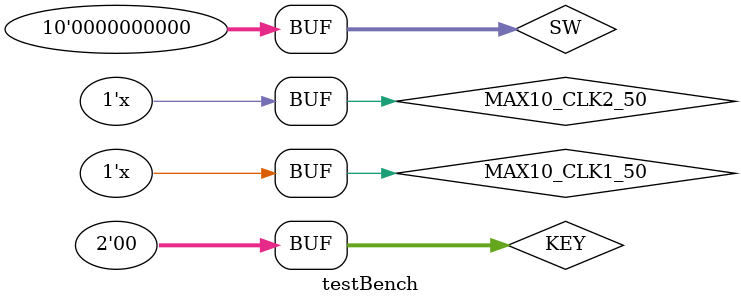
<source format=v>
/* fpga_cam/testBench.v */

/* `define ENABLE_ADC_CLOCK */
`define ENABLE_CLOCK1
`define ENABLE_CLOCK2
`define ENABLE_SDRAM
`define ENABLE_KEY
`define ENABLE_LED
`define ENABLE_SW
`define ENABLE_VGA
/* `define ENABLE_ARDUINO */
/* `define ENABLE_GPIO */

`timescale 1ns/10ps

module testBench;

  /* ADC CLOCK: 3.3-V LVTTL */
`ifdef ENABLE_ADC_CLOCK
  reg ADC_CLK_10;
`endif
  /* CLOCK 1: 3.3-V LVTTL */
`ifdef ENABLE_CLOCK1
  reg MAX10_CLK1_50;
`endif
  /* CLOCK 2: 3.3-V LVTTL */
`ifdef ENABLE_CLOCK2
  wire MAX10_CLK2_50;
`endif
  /* SDRAM: 3.3-V LVTTL */
`ifdef ENABLE_SDRAM
  wire [12:0] DRAM_ADDR;
  wire [1:0]  DRAM_BA;
  wire        DRAM_CAS_N;
  wire        DRAM_CKE;
  wire        DRAM_CLK;
  wire        DRAM_CS_N;
  wire [15:0] DRAM_DQ;
  wire        DRAM_LDQM;
  wire        DRAM_RAS_N;
  wire        DRAM_UDQM;
  wire        DRAM_WE_N;
`endif
  /* SEG7: 3.3-V LVTTL */
`ifdef ENABLE_HEX0
  wire [7:0] HEX0;
`endif
`ifdef ENABLE_HEX1
  wire [7:0] HEX1;
`endif
`ifdef ENABLE_HEX2
  wire [7:0] HEX2;
`endif
`ifdef ENABLE_HEX3
  wire [7:0] HEX3;
`endif
`ifdef ENABLE_HEX4
  wire [7:0] HEX4;
`endif
`ifdef ENABLE_HEX5
  wire [7:0] HEX5;
`endif
  /* KEY: 3.3 V SCHMITT TRIGGER */
`ifdef ENABLE_KEY
  reg [1:0] KEY;
`endif
  /* LED: 3.3-V LVTTL */
`ifdef ENABLE_LED
  wire [9:0] LEDR;
`endif
  /* SW: 3.3-V LVTTL */
`ifdef ENABLE_SW
  reg [9:0] SW;
`endif
  /* VGA: 3.3-V LVTTL */
`ifdef ENABLE_VGA
  wire [3:0] VGA_B;
  wire [3:0] VGA_G;
  wire       VGA_HS;
  wire [3:0] VGA_R;
  wire       VGA_VS;
`endif
  /* Accelerometer: 3.3-V LVTTL */
`ifdef ENABLE_ACCELEROMETER
  wire      GSENSOR_CS_N;
  reg [2:1] GSENSOR_INT;
  wire      GSENSOR_SCL;
  wire      GSENSOR_SDI;
  wire      GSENSOR_SDO;
`endif
  /* Arduino: 3.3-V LVTTL */
`ifdef ENABLE_ARDUINO
  wire [15:0] ARDUINO_IO;
  wire        ARDUINO_RESET_N;
`endif
  /* GPIO, GPIO connect to GPIO Default: 3.3-V LVTTL */
`ifdef ENABLE_GPIO
  wire [35:0] GPIO;
`endif
  /* Creating pins which are on cam */
  wire        camReset;
  wire        PWRDownCam;
  wire        camXCLK;
  wire        camPCLK;
  reg         camVSYNC;
  reg         HREF;
  reg  [7:0]  pixData;
  /* For the output of dataregistering */
  wire [15:0] pixOutput;
  wire        buffClear1;
  wire        buffClear2;
  wire        writeBuff1;
  wire        writeBuff2;

  initial
  begin
    MAX10_CLK1_50 = 0;
    KEY           = 2'b00;
    SW            = 0;
    camVSYNC      = 0;
    HREF          = 0;
    pixData       = 0;
  end

  /* Generate clock signals to FPGA */
  always #10 MAX10_CLK1_50 = !MAX10_CLK1_50;
  assign MAX10_CLK2_50 = MAX10_CLK1_50;
  assign camPCLK = camXCLK;

  reg [10:0] pix_count;
  reg [9:0] line_count;

  initial
  begin
    pix_count = 0;
    line_count = 0;
  end

  /* Pixel and Line counters */
  always @(posedge camPCLK)
  begin
    if (pix_count == 1539) begin
      pix_count <= 0;
      if (line_count == 529) begin
        line_count <= 0;
      end else begin
        line_count <= line_count + 1;
      end
    end else begin
      pix_count <= pix_count + 1;
    end
  end

  /* VSYNC and HBLANK generation */
  always @(posedge camPCLK)
  begin
    /* VSYNC */
    if ((line_count >= 0) && (line_count <= 2)) begin
      camVSYNC <= 1;
    end else begin
      camVSYNC <= 0;
    end
    /* HREF and pixel data */
    if ((line_count >= 25) && (line_count <= 504)) begin
      if ((pix_count >= 130) && (pix_count <= 1409)) begin
        HREF <= 1;
        pixData <= pixData + 1;
      end else begin
        HREF <= 0;
        pixData <= 0;
      end
    end else begin
      HREF <= 0;
      pixData <= 0;
    end
  end

  DE10_LITE_Golden_Top uut_device(
`ifdef ENABLE_ADC_CLOCK
    ADC_CLK_10,
`endif
`ifdef ENABLE_CLOCK1
    MAX10_CLK1_50,
`endif
`ifdef ENABLE_CLOCK2
    MAX10_CLK2_50,
`endif
`ifdef ENABLE_SDRAM
    DRAM_ADDR,
    DRAM_BA,
    DRAM_CAS_N,
    DRAM_CKE,
    DRAM_CLK,
    DRAM_CS_N,
    DRAM_DQ,
    DRAM_LDQM,
    DRAM_RAS_N,
    DRAM_UDQM,
    DRAM_WE_N,
`endif
`ifdef ENABLE_HEX0
    HEX0,
`endif
`ifdef ENABLE_HEX1
    HEX1,
`endif
`ifdef ENABLE_HEX2
    HEX2,
`endif
`ifdef ENABLE_HEX3
    HEX3,
`endif
`ifdef ENABLE_HEX4
    HEX4,
`endif
`ifdef ENABLE_HEX5
    HEX5,
`endif
`ifdef ENABLE_KEY
    KEY,
`endif
`ifdef ENABLE_LED
    LEDR,
`endif
`ifdef ENABLE_SW
    SW,
`endif
`ifdef ENABLE_VGA
    VGA_B,
    VGA_G,
    VGA_HS,
    VGA_R,
    VGA_VS,
`endif
`ifdef ENABLE_ACCELEROMETER
    GSENSOR_CS_N,
    GSENSOR_INT,
    GSENSOR_SCL,
    GSENSOR_SDI,
    GSENSOR_SDO,
`endif
`ifdef ENABLE_ARDUINO
    ARDUINO_IO,
    ARDUINO_RESET_N,
`endif
`ifdef ENABLE_GPIO
    GPIO,
`endif
    camReset,
    PWRDownCam,
    camXCLK,
    camPCLK,
    camVSYNC,
    HREF,
    pixData,
    pixOutput,
    buffClear1,
    buffClear2,
    writeBuff1,
    writeBuff2
  );
endmodule

</source>
